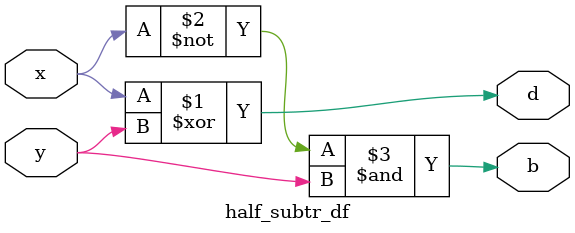
<source format=v>
module half_subtr_df(x,y,d,b);
input x,y;
output wire d,b;
assign d = x^y;
assign b = ~x&y;
endmodule

</source>
